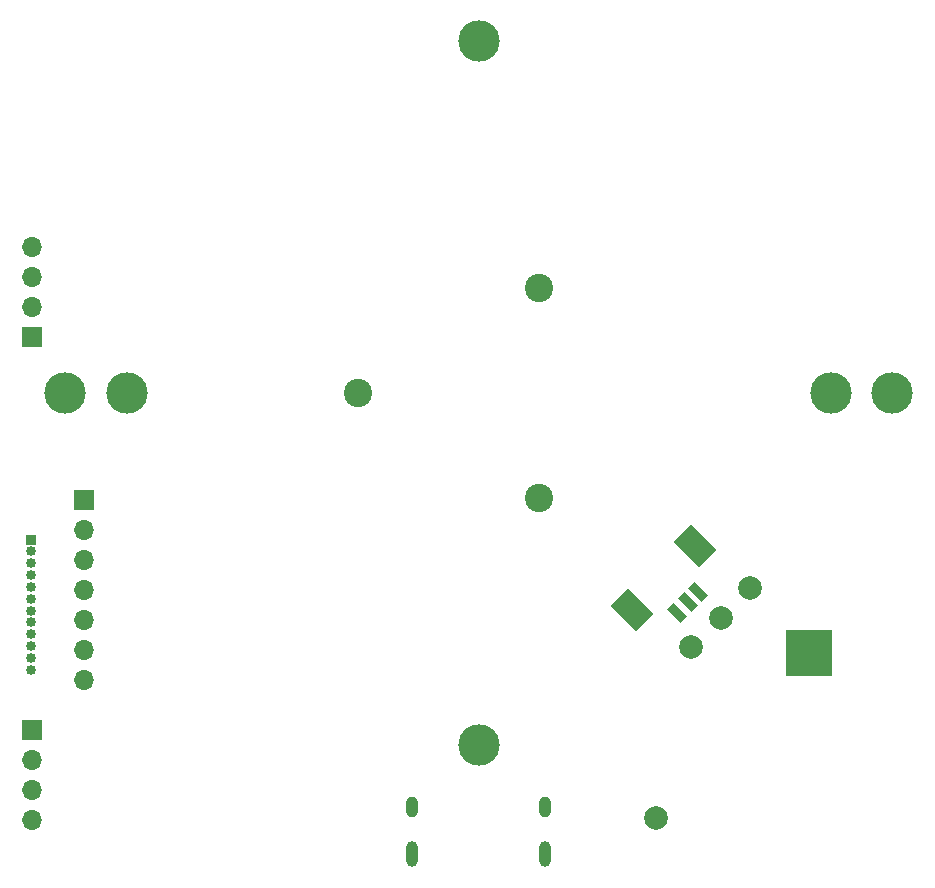
<source format=gbr>
%TF.GenerationSoftware,KiCad,Pcbnew,(6.0.5)*%
%TF.CreationDate,2023-11-22T15:14:02+07:00*%
%TF.ProjectId,view_base,76696577-5f62-4617-9365-2e6b69636164,rev?*%
%TF.SameCoordinates,Original*%
%TF.FileFunction,Soldermask,Bot*%
%TF.FilePolarity,Negative*%
%FSLAX46Y46*%
G04 Gerber Fmt 4.6, Leading zero omitted, Abs format (unit mm)*
G04 Created by KiCad (PCBNEW (6.0.5)) date 2023-11-22 15:14:02*
%MOMM*%
%LPD*%
G01*
G04 APERTURE LIST*
G04 Aperture macros list*
%AMRotRect*
0 Rectangle, with rotation*
0 The origin of the aperture is its center*
0 $1 length*
0 $2 width*
0 $3 Rotation angle, in degrees counterclockwise*
0 Add horizontal line*
21,1,$1,$2,0,0,$3*%
G04 Aperture macros list end*
%ADD10C,2.400000*%
%ADD11C,3.500000*%
%ADD12O,1.000000X2.200000*%
%ADD13O,1.000000X1.800000*%
%ADD14R,4.000000X4.000000*%
%ADD15R,1.700000X1.700000*%
%ADD16O,1.700000X1.700000*%
%ADD17R,0.850000X0.850000*%
%ADD18O,0.850000X0.850000*%
%ADD19RotRect,2.100000X2.999999X45.000000*%
%ADD20RotRect,0.800000X1.600000X45.000000*%
%ADD21C,2.000000*%
G04 APERTURE END LIST*
D10*
%TO.C,H3*%
X105125400Y-91122500D03*
%TD*%
%TO.C,H1*%
X105125400Y-108877500D03*
%TD*%
%TO.C,H2*%
X89749100Y-100000000D03*
%TD*%
D11*
%TO.C,H4*%
X100000000Y-129800000D03*
%TD*%
%TO.C,H5*%
X70200000Y-100000000D03*
%TD*%
%TO.C,H6*%
X100000000Y-70200000D03*
%TD*%
%TO.C,H7*%
X129800000Y-100000000D03*
%TD*%
D12*
%TO.C,J2*%
X94380000Y-139000000D03*
X105620000Y-139000000D03*
D13*
X105620000Y-135000000D03*
X94380000Y-135000000D03*
%TD*%
D14*
%TO.C,U5*%
X128000000Y-122000000D03*
%TD*%
D11*
%TO.C,H8*%
X135000000Y-100000000D03*
%TD*%
%TO.C,H9*%
X65000000Y-100000000D03*
%TD*%
D15*
%TO.C,J6*%
X66600000Y-109040000D03*
D16*
X66600000Y-111580000D03*
X66600000Y-114120000D03*
X66600000Y-116660000D03*
X66600000Y-119200000D03*
X66600000Y-121740000D03*
X66600000Y-124280000D03*
%TD*%
D15*
%TO.C,J5*%
X62200000Y-128500000D03*
D16*
X62200000Y-131040000D03*
X62200000Y-133580000D03*
X62200000Y-136120000D03*
%TD*%
D17*
%TO.C,J7*%
X62100000Y-112400000D03*
D18*
X62100000Y-113400000D03*
X62100000Y-114400000D03*
X62100000Y-115400000D03*
X62100000Y-116400000D03*
X62100000Y-117400000D03*
X62100000Y-118400000D03*
X62100000Y-119400000D03*
X62100000Y-120400000D03*
X62100000Y-121400000D03*
X62100000Y-122400000D03*
X62100000Y-123400000D03*
%TD*%
D15*
%TO.C,J3*%
X62200000Y-95220000D03*
D16*
X62200000Y-92680000D03*
X62200000Y-90140000D03*
X62200000Y-87600000D03*
%TD*%
D19*
%TO.C,J1*%
X118336280Y-112962502D03*
X112962269Y-118336513D03*
D20*
X116816000Y-118584000D03*
X117699883Y-117700117D03*
X118583767Y-116816233D03*
%TD*%
D21*
%TO.C,TP1*%
X115000000Y-136000000D03*
%TD*%
%TO.C,TP6*%
X123000000Y-116500000D03*
%TD*%
%TO.C,TP7*%
X120500000Y-119000000D03*
%TD*%
%TO.C,TP8*%
X118000000Y-121500000D03*
%TD*%
M02*

</source>
